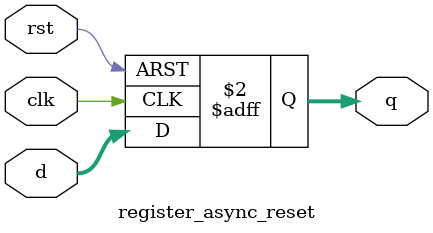
<source format=v>
module register_async_reset(
  input [7:0] d,
  input clk,rst,
  output reg [7:0] q
);
  always@(posedge clk or posedge rst)
    begin
      if(rst)
        q<=8'b0;
      else
        q<=d;
    end
endmodule

</source>
